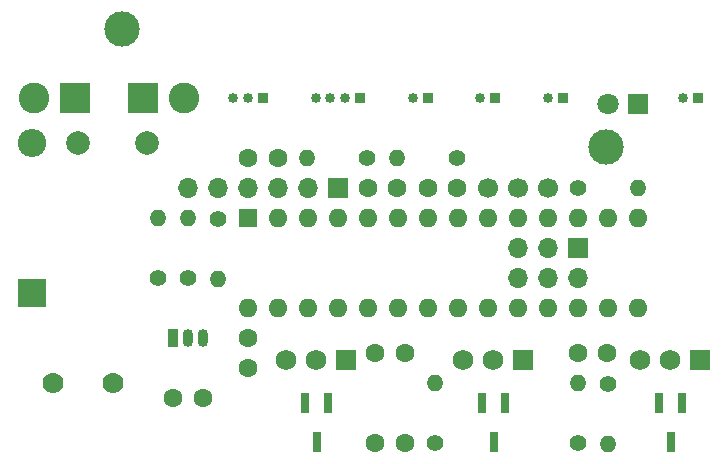
<source format=gts>
G04 #@! TF.FileFunction,Soldermask,Top*
%FSLAX46Y46*%
G04 Gerber Fmt 4.6, Leading zero omitted, Abs format (unit mm)*
G04 Created by KiCad (PCBNEW 4.0.6) date 06/26/19 16:14:45*
%MOMM*%
%LPD*%
G01*
G04 APERTURE LIST*
%ADD10C,0.100000*%
%ADD11C,3.000000*%
%ADD12C,1.750000*%
%ADD13R,1.750000X1.750000*%
%ADD14R,0.800000X1.800000*%
%ADD15C,2.000000*%
%ADD16R,1.700000X1.700000*%
%ADD17O,1.700000X1.700000*%
%ADD18R,1.600000X1.600000*%
%ADD19O,1.600000X1.600000*%
%ADD20R,2.600000X2.600000*%
%ADD21C,2.600000*%
%ADD22C,1.700000*%
%ADD23R,2.400000X2.400000*%
%ADD24O,2.400000X2.400000*%
%ADD25C,1.778000*%
%ADD26C,1.400000*%
%ADD27O,1.400000X1.400000*%
%ADD28C,1.600000*%
%ADD29R,1.800000X1.800000*%
%ADD30C,1.800000*%
%ADD31O,0.900000X1.500000*%
%ADD32R,0.900000X1.500000*%
%ADD33R,0.850000X0.850000*%
%ADD34C,0.850000*%
G04 APERTURE END LIST*
D10*
D11*
X87998000Y-92365000D03*
D12*
X90918000Y-110365000D03*
X93458000Y-110365000D03*
D13*
X95998000Y-110365000D03*
D14*
X94422000Y-114047000D03*
X92522000Y-114047000D03*
X93472000Y-117347000D03*
D15*
X49128000Y-92075000D03*
X43328000Y-92075000D03*
D16*
X65278000Y-95885000D03*
D17*
X62738000Y-95885000D03*
X60198000Y-95885000D03*
X57658000Y-95885000D03*
X55118000Y-95885000D03*
X52578000Y-95885000D03*
D11*
X46998000Y-82365000D03*
D18*
X57658000Y-98425000D03*
D19*
X90678000Y-106045000D03*
X60198000Y-98425000D03*
X88138000Y-106045000D03*
X62738000Y-98425000D03*
X85598000Y-106045000D03*
X65278000Y-98425000D03*
X83058000Y-106045000D03*
X67818000Y-98425000D03*
X80518000Y-106045000D03*
X70358000Y-98425000D03*
X77978000Y-106045000D03*
X72898000Y-98425000D03*
X75438000Y-106045000D03*
X75438000Y-98425000D03*
X72898000Y-106045000D03*
X77978000Y-98425000D03*
X70358000Y-106045000D03*
X80518000Y-98425000D03*
X67818000Y-106045000D03*
X83058000Y-98425000D03*
X65278000Y-106045000D03*
X85598000Y-98425000D03*
X62738000Y-106045000D03*
X88138000Y-98425000D03*
X60198000Y-106045000D03*
X90678000Y-98425000D03*
X57658000Y-106045000D03*
D20*
X48768000Y-88265000D03*
D21*
X52268000Y-88265000D03*
D20*
X43053000Y-88265000D03*
D21*
X39553000Y-88265000D03*
D22*
X83058000Y-95885000D03*
X80558000Y-95885000D03*
X78058000Y-95885000D03*
D23*
X39370000Y-104775000D03*
D24*
X39370000Y-92075000D03*
D25*
X46228000Y-112395000D03*
X41148000Y-112395000D03*
D26*
X67778000Y-93345000D03*
D27*
X62698000Y-93345000D03*
D26*
X75398000Y-93345000D03*
D27*
X70318000Y-93345000D03*
D28*
X57658000Y-108585000D03*
X57658000Y-111085000D03*
X53848000Y-113665000D03*
X51348000Y-113665000D03*
X67818000Y-95885000D03*
X70318000Y-95885000D03*
D29*
X90678000Y-88773000D03*
D30*
X88138000Y-88773000D03*
D31*
X52578000Y-108585000D03*
X53848000Y-108585000D03*
D32*
X51308000Y-108585000D03*
D28*
X72898000Y-95885000D03*
X75398000Y-95885000D03*
X60198000Y-93345000D03*
X57698000Y-93345000D03*
D26*
X55118000Y-98465000D03*
D27*
X55118000Y-103545000D03*
D28*
X85598000Y-109855000D03*
X88098000Y-109855000D03*
D26*
X88138000Y-112435000D03*
D27*
X88138000Y-117515000D03*
D26*
X85598000Y-117435000D03*
D27*
X85598000Y-112355000D03*
D12*
X75918000Y-110365000D03*
X78458000Y-110365000D03*
D13*
X80998000Y-110365000D03*
D12*
X60918000Y-110365000D03*
X63458000Y-110365000D03*
D13*
X65998000Y-110365000D03*
D26*
X52578000Y-103465000D03*
D27*
X52578000Y-98385000D03*
D26*
X50038000Y-103465000D03*
D27*
X50038000Y-98385000D03*
D26*
X85638000Y-95885000D03*
D27*
X90718000Y-95885000D03*
D28*
X68453000Y-109855000D03*
X68453000Y-117475000D03*
X70993000Y-109855000D03*
X70993000Y-117475000D03*
D26*
X73533000Y-117435000D03*
D27*
X73533000Y-112355000D03*
D16*
X85598000Y-100965000D03*
D17*
X85598000Y-103505000D03*
X83058000Y-100965000D03*
X83058000Y-103505000D03*
X80518000Y-100965000D03*
X80518000Y-103505000D03*
D33*
X72898000Y-88265000D03*
D34*
X71648000Y-88265000D03*
D33*
X67183000Y-88265000D03*
D34*
X65933000Y-88265000D03*
X64683000Y-88265000D03*
X63433000Y-88265000D03*
D33*
X95758000Y-88265000D03*
D34*
X94508000Y-88265000D03*
D33*
X84328000Y-88265000D03*
D34*
X83078000Y-88265000D03*
D33*
X78613000Y-88265000D03*
D34*
X77363000Y-88265000D03*
D33*
X58928000Y-88265000D03*
D34*
X57678000Y-88265000D03*
X56428000Y-88265000D03*
D14*
X79436000Y-114047000D03*
X77536000Y-114047000D03*
X78486000Y-117347000D03*
X64450000Y-114047000D03*
X62550000Y-114047000D03*
X63500000Y-117347000D03*
M02*

</source>
